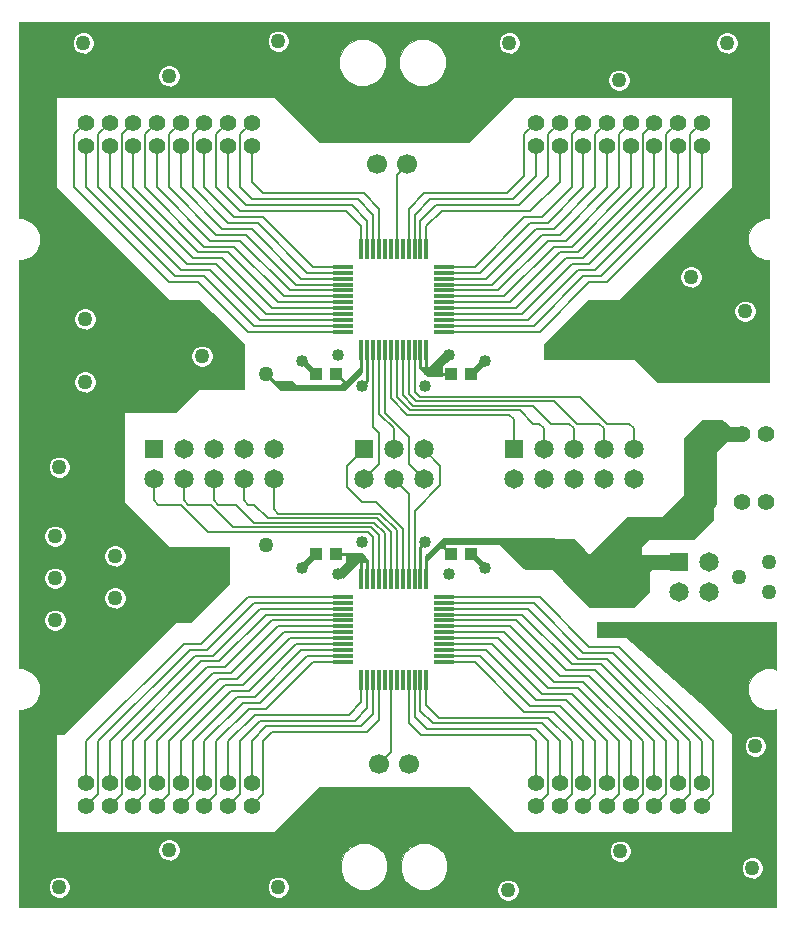
<source format=gbl>
G04 (created by PCBNEW (2013-mar-13)-testing) date Mon 31 Mar 2014 04:14:24 PM PDT*
%MOIN*%
G04 Gerber Fmt 3.4, Leading zero omitted, Abs format*
%FSLAX34Y34*%
G01*
G70*
G90*
G04 APERTURE LIST*
%ADD10C,0.001000*%
%ADD11R,0.043307X0.039370*%
%ADD12R,0.070866X0.011811*%
%ADD13R,0.011811X0.070866*%
%ADD14R,0.064961X0.064961*%
%ADD15C,0.064961*%
%ADD16C,0.055118*%
%ADD17C,0.066929*%
%ADD18C,0.050000*%
%ADD19C,0.040000*%
%ADD20C,0.008000*%
%ADD21C,0.010000*%
%ADD22C,0.020000*%
%ADD23C,0.050000*%
G04 APERTURE END LIST*
G54D10*
G54D11*
X83334Y-51000D03*
X82665Y-51000D03*
X87165Y-51000D03*
X87834Y-51000D03*
X87165Y-45000D03*
X87834Y-45000D03*
X83334Y-45000D03*
X82665Y-45000D03*
G54D12*
X83566Y-54582D03*
X83566Y-54385D03*
X83566Y-54188D03*
X83566Y-53992D03*
X83566Y-53795D03*
X83566Y-53598D03*
X83566Y-53401D03*
X83566Y-53204D03*
X83566Y-53007D03*
X83566Y-52811D03*
X83566Y-52614D03*
X83566Y-52417D03*
X86933Y-52417D03*
X86933Y-52614D03*
X86933Y-52811D03*
X86933Y-53007D03*
X86933Y-53204D03*
X86933Y-53401D03*
X86933Y-53598D03*
X86933Y-53795D03*
X86933Y-53992D03*
X86933Y-54188D03*
X86933Y-54385D03*
X86933Y-54582D03*
G54D13*
X86332Y-55183D03*
X86135Y-55183D03*
X85938Y-55183D03*
X85742Y-55183D03*
X85545Y-55183D03*
X85348Y-55183D03*
X85151Y-55183D03*
X84954Y-55183D03*
X84757Y-55183D03*
X84561Y-55183D03*
X84364Y-55183D03*
X84167Y-55183D03*
X84167Y-51816D03*
X84364Y-51816D03*
X84561Y-51816D03*
X84757Y-51816D03*
X84954Y-51816D03*
X85151Y-51816D03*
X85348Y-51816D03*
X85545Y-51816D03*
X85742Y-51816D03*
X85938Y-51816D03*
X86135Y-51816D03*
X86332Y-51816D03*
G54D12*
X86933Y-41417D03*
X86933Y-41614D03*
X86933Y-41811D03*
X86933Y-42007D03*
X86933Y-42204D03*
X86933Y-42401D03*
X86933Y-42598D03*
X86933Y-42795D03*
X86933Y-42992D03*
X86933Y-43188D03*
X86933Y-43385D03*
X86933Y-43582D03*
X83566Y-43582D03*
X83566Y-43385D03*
X83566Y-43188D03*
X83566Y-42992D03*
X83566Y-42795D03*
X83566Y-42598D03*
X83566Y-42401D03*
X83566Y-42204D03*
X83566Y-42007D03*
X83566Y-41811D03*
X83566Y-41614D03*
X83566Y-41417D03*
G54D13*
X84167Y-40816D03*
X84364Y-40816D03*
X84561Y-40816D03*
X84757Y-40816D03*
X84954Y-40816D03*
X85151Y-40816D03*
X85348Y-40816D03*
X85545Y-40816D03*
X85742Y-40816D03*
X85938Y-40816D03*
X86135Y-40816D03*
X86332Y-40816D03*
X86332Y-44183D03*
X86135Y-44183D03*
X85938Y-44183D03*
X85742Y-44183D03*
X85545Y-44183D03*
X85348Y-44183D03*
X85151Y-44183D03*
X84954Y-44183D03*
X84757Y-44183D03*
X84561Y-44183D03*
X84364Y-44183D03*
X84167Y-44183D03*
G54D14*
X77250Y-47500D03*
G54D15*
X77250Y-48500D03*
X78250Y-47500D03*
X78250Y-48500D03*
X79250Y-47500D03*
X79250Y-48500D03*
X80250Y-47500D03*
X80250Y-48500D03*
X81250Y-47500D03*
X81250Y-48500D03*
G54D14*
X89250Y-47500D03*
G54D15*
X89250Y-48500D03*
X90250Y-47500D03*
X90250Y-48500D03*
X91250Y-47500D03*
X91250Y-48500D03*
X92250Y-47500D03*
X92250Y-48500D03*
X93250Y-47500D03*
X93250Y-48500D03*
G54D14*
X84250Y-47500D03*
G54D15*
X85250Y-47500D03*
X84250Y-48500D03*
X85250Y-48500D03*
X86250Y-47500D03*
X86250Y-48500D03*
G54D14*
X94750Y-43750D03*
G54D15*
X94750Y-44750D03*
X95750Y-43750D03*
X95750Y-44750D03*
G54D14*
X94750Y-51250D03*
G54D15*
X94750Y-52250D03*
X95750Y-51250D03*
X95750Y-52250D03*
G54D16*
X95505Y-59393D03*
X95505Y-58606D03*
X94718Y-59393D03*
X94718Y-58606D03*
X93931Y-59393D03*
X93931Y-58606D03*
X93143Y-59393D03*
X93143Y-58606D03*
X92356Y-59393D03*
X92356Y-58606D03*
X91568Y-59393D03*
X91568Y-58606D03*
X90781Y-59393D03*
X90781Y-58606D03*
X89994Y-59393D03*
X89994Y-58606D03*
X80505Y-59393D03*
X80505Y-58606D03*
X79718Y-59393D03*
X79718Y-58606D03*
X78931Y-59393D03*
X78931Y-58606D03*
X78143Y-59393D03*
X78143Y-58606D03*
X77356Y-59393D03*
X77356Y-58606D03*
X76568Y-59393D03*
X76568Y-58606D03*
X75781Y-59393D03*
X75781Y-58606D03*
X74994Y-59393D03*
X74994Y-58606D03*
X89994Y-36606D03*
X89994Y-37393D03*
X90781Y-36606D03*
X90781Y-37393D03*
X91568Y-36606D03*
X91568Y-37393D03*
X92356Y-36606D03*
X92356Y-37393D03*
X93143Y-36606D03*
X93143Y-37393D03*
X93931Y-36606D03*
X93931Y-37393D03*
X94718Y-36606D03*
X94718Y-37393D03*
X95505Y-36606D03*
X95505Y-37393D03*
X74994Y-36606D03*
X74994Y-37393D03*
X75781Y-36606D03*
X75781Y-37393D03*
X76568Y-36606D03*
X76568Y-37393D03*
X77356Y-36606D03*
X77356Y-37393D03*
X78143Y-36606D03*
X78143Y-37393D03*
X78931Y-36606D03*
X78931Y-37393D03*
X79718Y-36606D03*
X79718Y-37393D03*
X80505Y-36606D03*
X80505Y-37393D03*
G54D17*
X84700Y-38000D03*
X85700Y-38000D03*
X85750Y-58000D03*
X84750Y-58000D03*
G54D16*
X97643Y-47000D03*
X96856Y-47000D03*
X96856Y-49250D03*
X97643Y-49250D03*
G54D18*
X74100Y-62100D03*
X77750Y-60850D03*
X81400Y-62100D03*
X89050Y-62200D03*
X92800Y-60900D03*
X97200Y-61450D03*
X97300Y-57400D03*
X96950Y-42900D03*
X95150Y-41750D03*
X96350Y-33950D03*
X92750Y-35200D03*
X89100Y-33950D03*
X81400Y-33900D03*
X77750Y-35050D03*
X74900Y-33950D03*
X74100Y-48100D03*
X78850Y-44400D03*
X74950Y-45250D03*
X73950Y-50400D03*
X75950Y-51050D03*
X75950Y-52450D03*
X73950Y-51800D03*
X74950Y-43150D03*
X73950Y-53200D03*
G54D19*
X84200Y-50600D03*
X82200Y-51450D03*
X82200Y-44550D03*
X84200Y-45400D03*
X86300Y-45400D03*
X88300Y-44550D03*
X88300Y-51450D03*
X86300Y-50600D03*
G54D18*
X97750Y-51250D03*
X97750Y-52250D03*
G54D19*
X83400Y-51650D03*
X83400Y-44350D03*
X87100Y-44350D03*
X87100Y-51650D03*
G54D18*
X96750Y-51750D03*
X81000Y-50700D03*
X81000Y-45000D03*
X93250Y-51750D03*
X92250Y-51250D03*
X92250Y-52250D03*
G54D20*
X91300Y-45757D02*
X91457Y-45757D01*
X93100Y-46650D02*
X93250Y-46800D01*
X92350Y-46650D02*
X93100Y-46650D01*
X91457Y-45757D02*
X92350Y-46650D01*
X93250Y-47500D02*
X93250Y-46800D01*
X83990Y-50250D02*
X84393Y-50250D01*
X84561Y-50417D02*
X84561Y-51816D01*
X84393Y-50250D02*
X84561Y-50417D01*
X77250Y-48500D02*
X77250Y-49200D01*
X77400Y-49350D02*
X77250Y-49200D01*
X78150Y-49350D02*
X77400Y-49350D01*
X79050Y-50250D02*
X78150Y-49350D01*
X83990Y-50250D02*
X83990Y-50250D01*
X83990Y-50250D02*
X79050Y-50250D01*
X85938Y-45588D02*
X85938Y-44183D01*
X86107Y-45757D02*
X85938Y-45588D01*
X91300Y-45757D02*
X86107Y-45757D01*
X92250Y-46797D02*
X92250Y-47497D01*
X92100Y-46647D02*
X92250Y-46797D01*
X84500Y-50100D02*
X84757Y-50357D01*
X84500Y-50100D02*
X79900Y-50100D01*
X79900Y-50100D02*
X79150Y-49350D01*
X79150Y-49350D02*
X78400Y-49350D01*
X78400Y-49350D02*
X78250Y-49200D01*
X78250Y-48500D02*
X78250Y-49200D01*
X84757Y-50357D02*
X84757Y-51816D01*
X86000Y-45897D02*
X85742Y-45639D01*
X85742Y-45639D02*
X85742Y-44183D01*
X86000Y-45897D02*
X86000Y-45897D01*
X86000Y-45897D02*
X90600Y-45897D01*
X90600Y-45897D02*
X91350Y-46647D01*
X91350Y-46647D02*
X92100Y-46647D01*
X91250Y-46797D02*
X91250Y-47497D01*
X91100Y-46647D02*
X91250Y-46797D01*
X84600Y-49950D02*
X84954Y-50304D01*
X84600Y-49950D02*
X80600Y-49950D01*
X80600Y-49950D02*
X80000Y-49350D01*
X80000Y-49350D02*
X79400Y-49350D01*
X79400Y-49350D02*
X79250Y-49200D01*
X79250Y-48500D02*
X79250Y-49200D01*
X84954Y-50304D02*
X84954Y-51816D01*
X85900Y-46047D02*
X85545Y-45692D01*
X85545Y-45692D02*
X85545Y-44183D01*
X85900Y-46047D02*
X85900Y-46047D01*
X85900Y-46047D02*
X89900Y-46047D01*
X89900Y-46047D02*
X90500Y-46647D01*
X90500Y-46647D02*
X91100Y-46647D01*
X90250Y-46797D02*
X90250Y-47497D01*
X90100Y-46647D02*
X90250Y-46797D01*
X84700Y-49800D02*
X85151Y-50251D01*
X84700Y-49800D02*
X81050Y-49800D01*
X81050Y-49800D02*
X80600Y-49350D01*
X80600Y-49350D02*
X80400Y-49350D01*
X80400Y-49350D02*
X80250Y-49200D01*
X80250Y-48500D02*
X80250Y-49200D01*
X85151Y-50251D02*
X85151Y-51816D01*
X85800Y-46197D02*
X85348Y-45745D01*
X85348Y-45745D02*
X85348Y-44183D01*
X85800Y-46197D02*
X85800Y-46197D01*
X85800Y-46197D02*
X89450Y-46197D01*
X89450Y-46197D02*
X89900Y-46647D01*
X89900Y-46647D02*
X90100Y-46647D01*
X89250Y-47500D02*
X89250Y-46500D01*
X89250Y-46500D02*
X89250Y-46496D01*
X89100Y-46347D02*
X89250Y-46496D01*
X89250Y-46496D02*
X89250Y-46497D01*
X84800Y-49650D02*
X85348Y-50198D01*
X84800Y-49650D02*
X81400Y-49650D01*
X81400Y-49650D02*
X81250Y-49500D01*
X81250Y-48500D02*
X81250Y-49500D01*
X85348Y-50198D02*
X85348Y-51816D01*
X85700Y-46347D02*
X85151Y-45798D01*
X85151Y-45798D02*
X85151Y-44183D01*
X85700Y-46347D02*
X85700Y-46347D01*
X85700Y-46347D02*
X89100Y-46347D01*
X85545Y-51816D02*
X85545Y-50145D01*
X85545Y-50145D02*
X84650Y-49250D01*
X84650Y-49250D02*
X84200Y-49250D01*
X84200Y-49250D02*
X83700Y-48750D01*
X83700Y-48750D02*
X83700Y-48050D01*
X83700Y-48050D02*
X84250Y-47500D01*
X85545Y-50145D02*
X84650Y-49250D01*
X84954Y-44183D02*
X84954Y-46304D01*
X84954Y-46304D02*
X85750Y-47100D01*
X85750Y-47100D02*
X85750Y-48000D01*
X85750Y-48000D02*
X86250Y-48500D01*
X85938Y-51816D02*
X85938Y-49561D01*
X86800Y-48050D02*
X86250Y-47500D01*
X86800Y-48700D02*
X86800Y-48050D01*
X85938Y-49561D02*
X86800Y-48700D01*
X84561Y-44183D02*
X84561Y-46761D01*
X84750Y-48000D02*
X84250Y-48500D01*
X84750Y-46950D02*
X84750Y-48000D01*
X84561Y-46761D02*
X84750Y-46950D01*
X85348Y-40816D02*
X85348Y-38351D01*
X85348Y-38351D02*
X85700Y-38000D01*
X85151Y-55183D02*
X85151Y-57598D01*
X85151Y-57598D02*
X84750Y-58000D01*
X74994Y-36606D02*
X74600Y-37000D01*
X80395Y-43582D02*
X83566Y-43582D01*
X78734Y-41921D02*
X80395Y-43582D01*
X77750Y-41921D02*
X78734Y-41921D01*
X74600Y-38771D02*
X77750Y-41921D01*
X74600Y-37000D02*
X74600Y-38771D01*
X83566Y-41811D02*
X82167Y-41811D01*
X78143Y-38771D02*
X78143Y-37393D01*
X79521Y-40149D02*
X78143Y-38771D01*
X80505Y-40149D02*
X79521Y-40149D01*
X82167Y-41811D02*
X80505Y-40149D01*
X78931Y-36606D02*
X78537Y-37000D01*
X82364Y-41614D02*
X83566Y-41614D01*
X80702Y-39952D02*
X82364Y-41614D01*
X79718Y-39952D02*
X80702Y-39952D01*
X78537Y-38771D02*
X79718Y-39952D01*
X78537Y-37000D02*
X78537Y-38771D01*
X83566Y-41417D02*
X82561Y-41417D01*
X78931Y-38771D02*
X78931Y-37393D01*
X79915Y-39755D02*
X78931Y-38771D01*
X80899Y-39755D02*
X79915Y-39755D01*
X82561Y-41417D02*
X80899Y-39755D01*
X79718Y-36606D02*
X79324Y-37000D01*
X84167Y-40070D02*
X84167Y-40816D01*
X83655Y-39559D02*
X84167Y-40070D01*
X80112Y-39559D02*
X83655Y-39559D01*
X79324Y-38771D02*
X80112Y-39559D01*
X79324Y-37000D02*
X79324Y-38771D01*
X84364Y-40816D02*
X84364Y-39874D01*
X79718Y-38771D02*
X79718Y-37393D01*
X80309Y-39362D02*
X79718Y-38771D01*
X83852Y-39362D02*
X80309Y-39362D01*
X84364Y-39874D02*
X83852Y-39362D01*
X80505Y-36606D02*
X80112Y-37000D01*
X84561Y-39677D02*
X84561Y-40816D01*
X84049Y-39165D02*
X84561Y-39677D01*
X80505Y-39165D02*
X84049Y-39165D01*
X80112Y-38771D02*
X80505Y-39165D01*
X80112Y-37000D02*
X80112Y-38771D01*
X84757Y-40816D02*
X84757Y-39480D01*
X80505Y-38574D02*
X80505Y-37393D01*
X80899Y-38968D02*
X80505Y-38574D01*
X84246Y-38968D02*
X80899Y-38968D01*
X84757Y-39480D02*
X84246Y-38968D01*
X85742Y-40816D02*
X85742Y-39480D01*
X89600Y-37000D02*
X89994Y-36606D01*
X89600Y-38377D02*
X89600Y-37000D01*
X89009Y-38968D02*
X89600Y-38377D01*
X86253Y-38968D02*
X89009Y-38968D01*
X85742Y-39480D02*
X86253Y-38968D01*
X89994Y-37393D02*
X89994Y-38377D01*
X85938Y-39677D02*
X85938Y-40816D01*
X86450Y-39165D02*
X85938Y-39677D01*
X89206Y-39165D02*
X86450Y-39165D01*
X89994Y-38377D02*
X89206Y-39165D01*
X86135Y-40816D02*
X86135Y-39874D01*
X90387Y-37000D02*
X90781Y-36606D01*
X90387Y-38377D02*
X90387Y-37000D01*
X89403Y-39362D02*
X90387Y-38377D01*
X86647Y-39362D02*
X89403Y-39362D01*
X86135Y-39874D02*
X86647Y-39362D01*
X83566Y-43385D02*
X80592Y-43385D01*
X74994Y-38771D02*
X74994Y-37393D01*
X77946Y-41724D02*
X74994Y-38771D01*
X78931Y-41724D02*
X77946Y-41724D01*
X80592Y-43385D02*
X78931Y-41724D01*
X90781Y-37393D02*
X90781Y-38574D01*
X86332Y-40070D02*
X86332Y-40816D01*
X86844Y-39559D02*
X86332Y-40070D01*
X89797Y-39559D02*
X86844Y-39559D01*
X90781Y-38574D02*
X89797Y-39559D01*
X86933Y-41417D02*
X87938Y-41417D01*
X91175Y-37000D02*
X91568Y-36606D01*
X91175Y-38771D02*
X91175Y-37000D01*
X90190Y-39755D02*
X91175Y-38771D01*
X89600Y-39755D02*
X90190Y-39755D01*
X87938Y-41417D02*
X89600Y-39755D01*
X86933Y-41614D02*
X88135Y-41614D01*
X91568Y-38771D02*
X91568Y-37393D01*
X90387Y-39952D02*
X91568Y-38771D01*
X89797Y-39952D02*
X90387Y-39952D01*
X88135Y-41614D02*
X89797Y-39952D01*
X92356Y-36606D02*
X91962Y-37000D01*
X88332Y-41811D02*
X86933Y-41811D01*
X89994Y-40149D02*
X88332Y-41811D01*
X90584Y-40149D02*
X89994Y-40149D01*
X91962Y-38771D02*
X90584Y-40149D01*
X91962Y-37000D02*
X91962Y-38771D01*
X86933Y-42007D02*
X88529Y-42007D01*
X92356Y-38771D02*
X92356Y-37393D01*
X90781Y-40346D02*
X92356Y-38771D01*
X90190Y-40346D02*
X90781Y-40346D01*
X88529Y-42007D02*
X90190Y-40346D01*
X93143Y-36606D02*
X92750Y-37000D01*
X88726Y-42204D02*
X86933Y-42204D01*
X90387Y-40543D02*
X88726Y-42204D01*
X90978Y-40543D02*
X90387Y-40543D01*
X92750Y-38771D02*
X90978Y-40543D01*
X92750Y-37000D02*
X92750Y-38771D01*
X86933Y-42401D02*
X88923Y-42401D01*
X93143Y-38771D02*
X93143Y-37393D01*
X91175Y-40740D02*
X93143Y-38771D01*
X90584Y-40740D02*
X91175Y-40740D01*
X88923Y-42401D02*
X90584Y-40740D01*
X86933Y-42598D02*
X89120Y-42598D01*
X93537Y-37000D02*
X93931Y-36606D01*
X93537Y-38771D02*
X93537Y-37000D01*
X91372Y-40937D02*
X93537Y-38771D01*
X90781Y-40937D02*
X91372Y-40937D01*
X89120Y-42598D02*
X90781Y-40937D01*
X93931Y-37393D02*
X93931Y-38771D01*
X89316Y-42795D02*
X86933Y-42795D01*
X90978Y-41133D02*
X89316Y-42795D01*
X91568Y-41133D02*
X90978Y-41133D01*
X93931Y-38771D02*
X91568Y-41133D01*
X86933Y-42992D02*
X89513Y-42992D01*
X94324Y-37000D02*
X94718Y-36606D01*
X94324Y-38771D02*
X94324Y-37000D01*
X91765Y-41330D02*
X94324Y-38771D01*
X91175Y-41330D02*
X91765Y-41330D01*
X89513Y-42992D02*
X91175Y-41330D01*
X75781Y-36606D02*
X75387Y-37000D01*
X80789Y-43188D02*
X83566Y-43188D01*
X79127Y-41527D02*
X80789Y-43188D01*
X78143Y-41527D02*
X79127Y-41527D01*
X75387Y-38771D02*
X78143Y-41527D01*
X75387Y-37000D02*
X75387Y-38771D01*
X86933Y-43188D02*
X89710Y-43188D01*
X94718Y-38771D02*
X94718Y-37393D01*
X91962Y-41527D02*
X94718Y-38771D01*
X91372Y-41527D02*
X91962Y-41527D01*
X89710Y-43188D02*
X91372Y-41527D01*
X86933Y-43385D02*
X89907Y-43385D01*
X95112Y-37000D02*
X95505Y-36606D01*
X95112Y-38771D02*
X95112Y-37000D01*
X92159Y-41724D02*
X95112Y-38771D01*
X91568Y-41724D02*
X92159Y-41724D01*
X89907Y-43385D02*
X91568Y-41724D01*
X86933Y-43582D02*
X90104Y-43582D01*
X95505Y-38771D02*
X95505Y-37393D01*
X92356Y-41921D02*
X95505Y-38771D01*
X91765Y-41921D02*
X92356Y-41921D01*
X90104Y-43582D02*
X91765Y-41921D01*
X83566Y-42992D02*
X80986Y-42992D01*
X75781Y-38771D02*
X75781Y-37393D01*
X78340Y-41330D02*
X75781Y-38771D01*
X79324Y-41330D02*
X78340Y-41330D01*
X80986Y-42992D02*
X79324Y-41330D01*
X76568Y-36606D02*
X76175Y-37000D01*
X81183Y-42795D02*
X83566Y-42795D01*
X79521Y-41133D02*
X81183Y-42795D01*
X78537Y-41133D02*
X79521Y-41133D01*
X76175Y-38771D02*
X78537Y-41133D01*
X76175Y-37000D02*
X76175Y-38771D01*
X83566Y-42598D02*
X81379Y-42598D01*
X76568Y-38771D02*
X76568Y-37393D01*
X78734Y-40937D02*
X76568Y-38771D01*
X79718Y-40937D02*
X78734Y-40937D01*
X81379Y-42598D02*
X79718Y-40937D01*
X77356Y-36606D02*
X76962Y-37000D01*
X81576Y-42401D02*
X83566Y-42401D01*
X79915Y-40740D02*
X81576Y-42401D01*
X78931Y-40740D02*
X79915Y-40740D01*
X76962Y-38771D02*
X78931Y-40740D01*
X76962Y-37000D02*
X76962Y-38771D01*
X83566Y-42204D02*
X81773Y-42204D01*
X77356Y-38771D02*
X77356Y-37393D01*
X79127Y-40543D02*
X77356Y-38771D01*
X80112Y-40543D02*
X79127Y-40543D01*
X81773Y-42204D02*
X80112Y-40543D01*
X78143Y-36606D02*
X77750Y-37000D01*
X81970Y-42007D02*
X83566Y-42007D01*
X80309Y-40346D02*
X81970Y-42007D01*
X79324Y-40346D02*
X80309Y-40346D01*
X77750Y-38771D02*
X79324Y-40346D01*
X77750Y-37000D02*
X77750Y-38771D01*
X86933Y-52417D02*
X90104Y-52417D01*
X95899Y-59000D02*
X95505Y-59393D01*
X95899Y-57228D02*
X95899Y-59000D01*
X92750Y-54078D02*
X95899Y-57228D01*
X91765Y-54078D02*
X92750Y-54078D01*
X90104Y-52417D02*
X91765Y-54078D01*
X92356Y-58606D02*
X92356Y-57228D01*
X88332Y-54188D02*
X86933Y-54188D01*
X89994Y-55850D02*
X88332Y-54188D01*
X90978Y-55850D02*
X89994Y-55850D01*
X92356Y-57228D02*
X90978Y-55850D01*
X86933Y-54385D02*
X88135Y-54385D01*
X91962Y-59000D02*
X91568Y-59393D01*
X91962Y-57228D02*
X91962Y-59000D01*
X90781Y-56047D02*
X91962Y-57228D01*
X89797Y-56047D02*
X90781Y-56047D01*
X88135Y-54385D02*
X89797Y-56047D01*
X91568Y-58606D02*
X91568Y-57228D01*
X87938Y-54582D02*
X86933Y-54582D01*
X89600Y-56244D02*
X87938Y-54582D01*
X90584Y-56244D02*
X89600Y-56244D01*
X91568Y-57228D02*
X90584Y-56244D01*
X86332Y-55183D02*
X86332Y-56027D01*
X91175Y-59000D02*
X90781Y-59393D01*
X91175Y-57228D02*
X91175Y-59000D01*
X90387Y-56440D02*
X91175Y-57228D01*
X86746Y-56440D02*
X90387Y-56440D01*
X86332Y-56027D02*
X86746Y-56440D01*
X90781Y-58606D02*
X90781Y-57228D01*
X86135Y-56224D02*
X86135Y-55183D01*
X86549Y-56637D02*
X86135Y-56224D01*
X90190Y-56637D02*
X86549Y-56637D01*
X90781Y-57228D02*
X90190Y-56637D01*
X85938Y-55183D02*
X85938Y-56421D01*
X90387Y-59000D02*
X89994Y-59393D01*
X90387Y-57228D02*
X90387Y-59000D01*
X89994Y-56834D02*
X90387Y-57228D01*
X86352Y-56834D02*
X89994Y-56834D01*
X85938Y-56421D02*
X86352Y-56834D01*
X89994Y-58606D02*
X89994Y-57228D01*
X85742Y-56618D02*
X85742Y-55183D01*
X86155Y-57031D02*
X85742Y-56618D01*
X89797Y-57031D02*
X86155Y-57031D01*
X89994Y-57228D02*
X89797Y-57031D01*
X84757Y-55183D02*
X84757Y-56519D01*
X80899Y-59000D02*
X80505Y-59393D01*
X80899Y-57228D02*
X80899Y-59000D01*
X81194Y-56933D02*
X80899Y-57228D01*
X84344Y-56933D02*
X81194Y-56933D01*
X84757Y-56519D02*
X84344Y-56933D01*
X80505Y-58606D02*
X80505Y-57228D01*
X84561Y-56322D02*
X84561Y-55183D01*
X84147Y-56736D02*
X84561Y-56322D01*
X80998Y-56736D02*
X84147Y-56736D01*
X80505Y-57228D02*
X80998Y-56736D01*
X84364Y-55183D02*
X84364Y-56125D01*
X80112Y-59000D02*
X79718Y-59393D01*
X80112Y-57228D02*
X80112Y-59000D01*
X80801Y-56539D02*
X80112Y-57228D01*
X83950Y-56539D02*
X80801Y-56539D01*
X84364Y-56125D02*
X83950Y-56539D01*
X95505Y-58606D02*
X95505Y-57228D01*
X89907Y-52614D02*
X86933Y-52614D01*
X91568Y-54275D02*
X89907Y-52614D01*
X92553Y-54275D02*
X91568Y-54275D01*
X95505Y-57228D02*
X92553Y-54275D01*
X79718Y-58606D02*
X79718Y-57228D01*
X84167Y-55929D02*
X84167Y-55183D01*
X83753Y-56342D02*
X84167Y-55929D01*
X80604Y-56342D02*
X83753Y-56342D01*
X79718Y-57228D02*
X80604Y-56342D01*
X83566Y-54582D02*
X82561Y-54582D01*
X79324Y-59000D02*
X78931Y-59393D01*
X79324Y-57228D02*
X79324Y-59000D01*
X80407Y-56145D02*
X79324Y-57228D01*
X80998Y-56145D02*
X80407Y-56145D01*
X82561Y-54582D02*
X80998Y-56145D01*
X78931Y-58606D02*
X78931Y-57228D01*
X82364Y-54385D02*
X83566Y-54385D01*
X80801Y-55948D02*
X82364Y-54385D01*
X80210Y-55948D02*
X80801Y-55948D01*
X78931Y-57228D02*
X80210Y-55948D01*
X83566Y-54188D02*
X82167Y-54188D01*
X78537Y-59000D02*
X78143Y-59393D01*
X78537Y-57228D02*
X78537Y-59000D01*
X80013Y-55751D02*
X78537Y-57228D01*
X80604Y-55751D02*
X80013Y-55751D01*
X82167Y-54188D02*
X80604Y-55751D01*
X78143Y-58606D02*
X78143Y-57228D01*
X81970Y-53992D02*
X83566Y-53992D01*
X80407Y-55555D02*
X81970Y-53992D01*
X79816Y-55555D02*
X80407Y-55555D01*
X78143Y-57228D02*
X79816Y-55555D01*
X83566Y-53795D02*
X81773Y-53795D01*
X77750Y-59000D02*
X77356Y-59393D01*
X77750Y-57228D02*
X77750Y-59000D01*
X79620Y-55358D02*
X77750Y-57228D01*
X80210Y-55358D02*
X79620Y-55358D01*
X81773Y-53795D02*
X80210Y-55358D01*
X77356Y-58606D02*
X77356Y-57228D01*
X81576Y-53598D02*
X83566Y-53598D01*
X80013Y-55161D02*
X81576Y-53598D01*
X79423Y-55161D02*
X80013Y-55161D01*
X77356Y-57228D02*
X79423Y-55161D01*
X76568Y-59393D02*
X76962Y-59000D01*
X81379Y-53401D02*
X83566Y-53401D01*
X79816Y-54964D02*
X81379Y-53401D01*
X79226Y-54964D02*
X79816Y-54964D01*
X76962Y-57228D02*
X79226Y-54964D01*
X76962Y-59000D02*
X76962Y-57228D01*
X83566Y-53204D02*
X81183Y-53204D01*
X76568Y-57228D02*
X76568Y-58606D01*
X79029Y-54767D02*
X76568Y-57228D01*
X79620Y-54767D02*
X79029Y-54767D01*
X81183Y-53204D02*
X79620Y-54767D01*
X75781Y-59393D02*
X76175Y-59000D01*
X80986Y-53007D02*
X83566Y-53007D01*
X79423Y-54570D02*
X80986Y-53007D01*
X78832Y-54570D02*
X79423Y-54570D01*
X76175Y-57228D02*
X78832Y-54570D01*
X76175Y-59000D02*
X76175Y-57228D01*
X86933Y-52811D02*
X89710Y-52811D01*
X95112Y-59000D02*
X94718Y-59393D01*
X95112Y-57228D02*
X95112Y-59000D01*
X92356Y-54472D02*
X95112Y-57228D01*
X91372Y-54472D02*
X92356Y-54472D01*
X89710Y-52811D02*
X91372Y-54472D01*
X83566Y-52811D02*
X80789Y-52811D01*
X75781Y-57228D02*
X75781Y-58606D01*
X78635Y-54374D02*
X75781Y-57228D01*
X79226Y-54374D02*
X78635Y-54374D01*
X80789Y-52811D02*
X79226Y-54374D01*
X74994Y-59393D02*
X75387Y-59000D01*
X80592Y-52614D02*
X83566Y-52614D01*
X79029Y-54177D02*
X80592Y-52614D01*
X78438Y-54177D02*
X79029Y-54177D01*
X75387Y-57228D02*
X78438Y-54177D01*
X75387Y-59000D02*
X75387Y-57228D01*
X83566Y-52417D02*
X80395Y-52417D01*
X74994Y-57228D02*
X74994Y-58606D01*
X78242Y-53980D02*
X74994Y-57228D01*
X78832Y-53980D02*
X78242Y-53980D01*
X80395Y-52417D02*
X78832Y-53980D01*
X94718Y-58606D02*
X94718Y-57228D01*
X89513Y-53007D02*
X86933Y-53007D01*
X91175Y-54669D02*
X89513Y-53007D01*
X92159Y-54669D02*
X91175Y-54669D01*
X94718Y-57228D02*
X92159Y-54669D01*
X86933Y-53204D02*
X89316Y-53204D01*
X94324Y-59000D02*
X93931Y-59393D01*
X94324Y-57228D02*
X94324Y-59000D01*
X91962Y-54866D02*
X94324Y-57228D01*
X90978Y-54866D02*
X91962Y-54866D01*
X89316Y-53204D02*
X90978Y-54866D01*
X93931Y-58606D02*
X93931Y-57228D01*
X89120Y-53401D02*
X86933Y-53401D01*
X90781Y-55062D02*
X89120Y-53401D01*
X91765Y-55062D02*
X90781Y-55062D01*
X93931Y-57228D02*
X91765Y-55062D01*
X86933Y-53598D02*
X88923Y-53598D01*
X93537Y-59000D02*
X93143Y-59393D01*
X93537Y-57228D02*
X93537Y-59000D01*
X91568Y-55259D02*
X93537Y-57228D01*
X90584Y-55259D02*
X91568Y-55259D01*
X88923Y-53598D02*
X90584Y-55259D01*
X93143Y-58606D02*
X93143Y-57228D01*
X88726Y-53795D02*
X86933Y-53795D01*
X90387Y-55456D02*
X88726Y-53795D01*
X91372Y-55456D02*
X90387Y-55456D01*
X93143Y-57228D02*
X91372Y-55456D01*
X86933Y-53992D02*
X88529Y-53992D01*
X92750Y-59000D02*
X92356Y-59393D01*
X92750Y-57228D02*
X92750Y-59000D01*
X91175Y-55653D02*
X92750Y-57228D01*
X90190Y-55653D02*
X91175Y-55653D01*
X88529Y-53992D02*
X90190Y-55653D01*
X85742Y-51816D02*
X85742Y-48992D01*
X85742Y-48992D02*
X85250Y-48500D01*
X84757Y-44183D02*
X84757Y-46307D01*
X85250Y-46800D02*
X85250Y-47500D01*
X84757Y-46307D02*
X85250Y-46800D01*
G54D21*
X82650Y-51000D02*
X82665Y-51000D01*
G54D22*
X82650Y-51000D02*
X82200Y-51450D01*
G54D21*
X82665Y-45000D02*
X82650Y-45000D01*
G54D22*
X82650Y-45000D02*
X82200Y-44550D01*
G54D21*
X84364Y-44183D02*
X84364Y-45235D01*
X84364Y-45235D02*
X84200Y-45400D01*
G54D22*
X87850Y-45000D02*
X88300Y-44550D01*
G54D21*
X87850Y-45000D02*
X87834Y-45000D01*
G54D22*
X87850Y-51000D02*
X88300Y-51450D01*
G54D21*
X87850Y-51000D02*
X87834Y-51000D01*
X86135Y-51816D02*
X86135Y-50764D01*
X86135Y-50764D02*
X86300Y-50600D01*
X84250Y-51100D02*
X84150Y-51000D01*
X84364Y-51214D02*
X84250Y-51100D01*
X84150Y-51000D02*
X83334Y-51000D01*
X84364Y-51816D02*
X84364Y-51214D01*
X84167Y-51232D02*
X84250Y-51150D01*
X84250Y-51150D02*
X84250Y-51100D01*
X84167Y-51816D02*
X84167Y-51232D01*
X84050Y-51000D02*
X84150Y-51000D01*
X84050Y-51000D02*
X83550Y-51500D01*
X83400Y-51650D02*
X83550Y-51500D01*
X86300Y-44950D02*
X86350Y-45000D01*
X86250Y-44900D02*
X86300Y-44950D01*
X86135Y-44785D02*
X86250Y-44900D01*
X86350Y-45000D02*
X87165Y-45000D01*
X86135Y-44183D02*
X86135Y-44785D01*
X86332Y-44767D02*
X86250Y-44850D01*
X86250Y-44850D02*
X86250Y-44900D01*
X86332Y-44183D02*
X86332Y-44767D01*
X86300Y-44800D02*
X86150Y-44800D01*
X86150Y-44800D02*
X86300Y-44950D01*
X86300Y-44950D02*
X86300Y-44800D01*
X86450Y-45000D02*
X87100Y-44350D01*
X86350Y-45000D02*
X86450Y-45000D01*
G54D23*
X96500Y-47000D02*
X96856Y-47000D01*
X92250Y-51250D02*
X92250Y-51000D01*
X96000Y-47000D02*
X96500Y-47000D01*
X96500Y-47000D02*
X96606Y-47000D01*
X95500Y-47500D02*
X96000Y-47000D01*
X95750Y-49250D02*
X95750Y-47500D01*
X95000Y-50000D02*
X95750Y-49250D01*
X93250Y-50000D02*
X94750Y-50000D01*
X92250Y-51000D02*
X93250Y-50000D01*
G54D21*
X83334Y-45000D02*
X83350Y-45000D01*
X83700Y-45350D02*
X83700Y-45400D01*
X83350Y-45000D02*
X83700Y-45350D01*
X84167Y-44183D02*
X84167Y-44932D01*
X81500Y-45500D02*
X81000Y-45000D01*
X83600Y-45500D02*
X81500Y-45500D01*
X84167Y-44932D02*
X83700Y-45400D01*
X83700Y-45400D02*
X83600Y-45500D01*
G54D23*
X94500Y-51250D02*
X93750Y-51250D01*
X93750Y-51250D02*
X93250Y-51750D01*
G54D21*
X89600Y-50500D02*
X89600Y-51000D01*
X89250Y-50500D02*
X89500Y-50500D01*
X89600Y-50500D02*
X89500Y-50500D01*
X89600Y-51000D02*
X89600Y-51150D01*
X87165Y-51000D02*
X87140Y-51000D01*
X86790Y-50650D02*
X86790Y-50610D01*
X87140Y-51000D02*
X86790Y-50650D01*
G54D23*
X92250Y-51250D02*
X89700Y-51250D01*
X89700Y-51250D02*
X89600Y-51150D01*
X89600Y-51150D02*
X89500Y-51050D01*
G54D21*
X89350Y-50500D02*
X89250Y-50500D01*
X89250Y-50500D02*
X88850Y-50500D01*
X88850Y-50500D02*
X88400Y-50500D01*
X87450Y-50500D02*
X88400Y-50500D01*
X86900Y-50500D02*
X86850Y-50550D01*
X86900Y-50500D02*
X87450Y-50500D01*
X86332Y-51816D02*
X86332Y-51067D01*
X86332Y-51067D02*
X86790Y-50610D01*
X86790Y-50610D02*
X86780Y-50620D01*
X86780Y-50620D02*
X86800Y-50600D01*
X86800Y-50600D02*
X86850Y-50550D01*
G54D10*
G36*
X87042Y-44540D02*
X86996Y-44586D01*
X86845Y-44737D01*
X86845Y-44950D01*
X86845Y-45045D01*
X86355Y-45045D01*
X86355Y-44755D01*
X86422Y-44755D01*
X86463Y-44713D01*
X86493Y-44683D01*
X86553Y-44623D01*
X86603Y-44573D01*
X86934Y-44242D01*
X86924Y-44452D01*
X87042Y-44540D01*
X87042Y-44540D01*
G37*
X87042Y-44540D02*
X86996Y-44586D01*
X86845Y-44737D01*
X86845Y-44950D01*
X86845Y-45045D01*
X86355Y-45045D01*
X86355Y-44755D01*
X86422Y-44755D01*
X86463Y-44713D01*
X86493Y-44683D01*
X86553Y-44623D01*
X86603Y-44573D01*
X86934Y-44242D01*
X86924Y-44452D01*
X87042Y-44540D01*
G36*
X96444Y-46751D02*
X96320Y-47247D01*
X95895Y-47672D01*
X95895Y-49000D01*
X95895Y-49847D01*
X95247Y-50495D01*
X93747Y-50495D01*
X93495Y-50747D01*
X93495Y-51005D01*
X93745Y-51005D01*
X93745Y-52247D01*
X93247Y-52745D01*
X91752Y-52745D01*
X90502Y-51495D01*
X89561Y-51445D01*
X90012Y-50995D01*
X89497Y-50995D01*
X89300Y-51192D01*
X88752Y-50645D01*
X86997Y-50645D01*
X86945Y-50697D01*
X86945Y-50747D01*
X86897Y-50795D01*
X86797Y-50795D01*
X86355Y-51237D01*
X86355Y-51052D01*
X86902Y-50505D01*
X88597Y-50505D01*
X88655Y-50562D01*
X88655Y-50455D01*
X89949Y-50455D01*
X91247Y-50504D01*
X91750Y-51007D01*
X93002Y-49755D01*
X94177Y-49755D01*
X94905Y-49027D01*
X94905Y-47127D01*
X95502Y-46505D01*
X96197Y-46505D01*
X96444Y-46751D01*
X96444Y-46751D01*
G37*
X96444Y-46751D02*
X96320Y-47247D01*
X95895Y-47672D01*
X95895Y-49000D01*
X95895Y-49847D01*
X95247Y-50495D01*
X93747Y-50495D01*
X93495Y-50747D01*
X93495Y-51005D01*
X93745Y-51005D01*
X93745Y-52247D01*
X93247Y-52745D01*
X91752Y-52745D01*
X90502Y-51495D01*
X89561Y-51445D01*
X90012Y-50995D01*
X89497Y-50995D01*
X89300Y-51192D01*
X88752Y-50645D01*
X86997Y-50645D01*
X86945Y-50697D01*
X86945Y-50747D01*
X86897Y-50795D01*
X86797Y-50795D01*
X86355Y-51237D01*
X86355Y-51052D01*
X86902Y-50505D01*
X88597Y-50505D01*
X88655Y-50562D01*
X88655Y-50455D01*
X89949Y-50455D01*
X91247Y-50504D01*
X91750Y-51007D01*
X93002Y-49755D01*
X94177Y-49755D01*
X94905Y-49027D01*
X94905Y-47127D01*
X95502Y-46505D01*
X96197Y-46505D01*
X96444Y-46751D01*
G36*
X84395Y-51245D02*
X84087Y-51245D01*
X83543Y-51779D01*
X83514Y-51538D01*
X83466Y-51460D01*
X83645Y-51282D01*
X83645Y-50965D01*
X84167Y-50965D01*
X84395Y-51192D01*
X84395Y-51245D01*
X84395Y-51245D01*
G37*
X84395Y-51245D02*
X84087Y-51245D01*
X83543Y-51779D01*
X83514Y-51538D01*
X83466Y-51460D01*
X83645Y-51282D01*
X83645Y-50965D01*
X84167Y-50965D01*
X84395Y-51192D01*
X84395Y-51245D01*
G36*
X84145Y-44947D02*
X83597Y-45495D01*
X81502Y-45495D01*
X81260Y-45205D01*
X81847Y-45205D01*
X81997Y-45355D01*
X83452Y-45355D01*
X83503Y-45303D01*
X83555Y-45252D01*
X83555Y-45205D01*
X83652Y-45205D01*
X84145Y-44712D01*
X84145Y-44947D01*
X84145Y-44947D01*
G37*
X84145Y-44947D02*
X83597Y-45495D01*
X81502Y-45495D01*
X81260Y-45205D01*
X81847Y-45205D01*
X81997Y-45355D01*
X83452Y-45355D01*
X83503Y-45303D01*
X83555Y-45252D01*
X83555Y-45205D01*
X83652Y-45205D01*
X84145Y-44712D01*
X84145Y-44947D01*
G36*
X97995Y-62745D02*
X97655Y-62745D01*
X97655Y-57329D01*
X97601Y-57199D01*
X97501Y-57099D01*
X97370Y-57045D01*
X97229Y-57044D01*
X97099Y-57098D01*
X96999Y-57198D01*
X96945Y-57329D01*
X96944Y-57470D01*
X96998Y-57600D01*
X97098Y-57700D01*
X97229Y-57754D01*
X97370Y-57755D01*
X97500Y-57701D01*
X97600Y-57601D01*
X97654Y-57470D01*
X97655Y-57329D01*
X97655Y-62745D01*
X97555Y-62745D01*
X97555Y-61379D01*
X97501Y-61249D01*
X97401Y-61149D01*
X97270Y-61095D01*
X97129Y-61094D01*
X96999Y-61148D01*
X96899Y-61248D01*
X96845Y-61379D01*
X96844Y-61520D01*
X96898Y-61650D01*
X96998Y-61750D01*
X97129Y-61804D01*
X97270Y-61805D01*
X97400Y-61751D01*
X97500Y-61651D01*
X97554Y-61520D01*
X97555Y-61379D01*
X97555Y-62745D01*
X93155Y-62745D01*
X93155Y-60829D01*
X93101Y-60699D01*
X93001Y-60599D01*
X92870Y-60545D01*
X92729Y-60544D01*
X92599Y-60598D01*
X92499Y-60698D01*
X92445Y-60829D01*
X92444Y-60970D01*
X92498Y-61100D01*
X92598Y-61200D01*
X92729Y-61254D01*
X92870Y-61255D01*
X93000Y-61201D01*
X93100Y-61101D01*
X93154Y-60970D01*
X93155Y-60829D01*
X93155Y-62745D01*
X89405Y-62745D01*
X89405Y-62129D01*
X89351Y-61999D01*
X89251Y-61899D01*
X89120Y-61845D01*
X88979Y-61844D01*
X88849Y-61898D01*
X88749Y-61998D01*
X88695Y-62129D01*
X88694Y-62270D01*
X88748Y-62400D01*
X88848Y-62500D01*
X88979Y-62554D01*
X89120Y-62555D01*
X89250Y-62501D01*
X89350Y-62401D01*
X89404Y-62270D01*
X89405Y-62129D01*
X89405Y-62745D01*
X87025Y-62745D01*
X87025Y-61246D01*
X86907Y-60961D01*
X86689Y-60743D01*
X86404Y-60625D01*
X86096Y-60624D01*
X85811Y-60742D01*
X85593Y-60960D01*
X85475Y-61245D01*
X85474Y-61553D01*
X85592Y-61838D01*
X85810Y-62056D01*
X86095Y-62174D01*
X86403Y-62175D01*
X86688Y-62057D01*
X86906Y-61839D01*
X87024Y-61554D01*
X87025Y-61246D01*
X87025Y-62745D01*
X85025Y-62745D01*
X85025Y-61246D01*
X84907Y-60961D01*
X84689Y-60743D01*
X84404Y-60625D01*
X84096Y-60624D01*
X83811Y-60742D01*
X83593Y-60960D01*
X83475Y-61245D01*
X83474Y-61553D01*
X83592Y-61838D01*
X83810Y-62056D01*
X84095Y-62174D01*
X84403Y-62175D01*
X84688Y-62057D01*
X84906Y-61839D01*
X85024Y-61554D01*
X85025Y-61246D01*
X85025Y-62745D01*
X81755Y-62745D01*
X81755Y-62029D01*
X81701Y-61899D01*
X81601Y-61799D01*
X81470Y-61745D01*
X81329Y-61744D01*
X81199Y-61798D01*
X81099Y-61898D01*
X81045Y-62029D01*
X81044Y-62170D01*
X81098Y-62300D01*
X81198Y-62400D01*
X81329Y-62454D01*
X81470Y-62455D01*
X81600Y-62401D01*
X81700Y-62301D01*
X81754Y-62170D01*
X81755Y-62029D01*
X81755Y-62745D01*
X78105Y-62745D01*
X78105Y-60779D01*
X78051Y-60649D01*
X77951Y-60549D01*
X77820Y-60495D01*
X77679Y-60494D01*
X77549Y-60548D01*
X77449Y-60648D01*
X77395Y-60779D01*
X77394Y-60920D01*
X77448Y-61050D01*
X77548Y-61150D01*
X77679Y-61204D01*
X77820Y-61205D01*
X77950Y-61151D01*
X78050Y-61051D01*
X78104Y-60920D01*
X78105Y-60779D01*
X78105Y-62745D01*
X74455Y-62745D01*
X74455Y-62029D01*
X74401Y-61899D01*
X74301Y-61799D01*
X74170Y-61745D01*
X74029Y-61744D01*
X73899Y-61798D01*
X73799Y-61898D01*
X73745Y-62029D01*
X73744Y-62170D01*
X73798Y-62300D01*
X73898Y-62400D01*
X74029Y-62454D01*
X74170Y-62455D01*
X74300Y-62401D01*
X74400Y-62301D01*
X74454Y-62170D01*
X74455Y-62029D01*
X74455Y-62745D01*
X72755Y-62745D01*
X72755Y-56195D01*
X72887Y-56195D01*
X73143Y-56090D01*
X73339Y-55894D01*
X73445Y-55638D01*
X73445Y-55362D01*
X73340Y-55106D01*
X73144Y-54910D01*
X72888Y-54804D01*
X72755Y-54804D01*
X72755Y-41195D01*
X72887Y-41195D01*
X73143Y-41090D01*
X73339Y-40894D01*
X73445Y-40638D01*
X73445Y-40362D01*
X73340Y-40106D01*
X73144Y-39910D01*
X72888Y-39804D01*
X72755Y-39804D01*
X72755Y-33255D01*
X97745Y-33255D01*
X97745Y-39804D01*
X97612Y-39804D01*
X97356Y-39909D01*
X97160Y-40105D01*
X97054Y-40361D01*
X97054Y-40637D01*
X97159Y-40893D01*
X97355Y-41089D01*
X97611Y-41195D01*
X97745Y-41195D01*
X97745Y-45245D01*
X97305Y-45245D01*
X97305Y-42829D01*
X97251Y-42699D01*
X97151Y-42599D01*
X97020Y-42545D01*
X96879Y-42544D01*
X96749Y-42598D01*
X96705Y-42642D01*
X96705Y-33879D01*
X96651Y-33749D01*
X96551Y-33649D01*
X96420Y-33595D01*
X96279Y-33594D01*
X96149Y-33648D01*
X96049Y-33748D01*
X95995Y-33879D01*
X95994Y-34020D01*
X96048Y-34150D01*
X96148Y-34250D01*
X96279Y-34304D01*
X96420Y-34305D01*
X96550Y-34251D01*
X96650Y-34151D01*
X96704Y-34020D01*
X96705Y-33879D01*
X96705Y-42642D01*
X96649Y-42698D01*
X96595Y-42829D01*
X96594Y-42970D01*
X96648Y-43100D01*
X96748Y-43200D01*
X96879Y-43254D01*
X97020Y-43255D01*
X97150Y-43201D01*
X97250Y-43101D01*
X97304Y-42970D01*
X97305Y-42829D01*
X97305Y-45245D01*
X95505Y-45245D01*
X95505Y-41679D01*
X95451Y-41549D01*
X95351Y-41449D01*
X95220Y-41395D01*
X95079Y-41394D01*
X94949Y-41448D01*
X94849Y-41548D01*
X94795Y-41679D01*
X94794Y-41820D01*
X94848Y-41950D01*
X94948Y-42050D01*
X95079Y-42104D01*
X95220Y-42105D01*
X95350Y-42051D01*
X95450Y-41951D01*
X95504Y-41820D01*
X95505Y-41679D01*
X95505Y-45245D01*
X94002Y-45245D01*
X93252Y-44495D01*
X90255Y-44495D01*
X90255Y-44002D01*
X91752Y-42505D01*
X92752Y-42505D01*
X96505Y-38752D01*
X96505Y-35745D01*
X93105Y-35745D01*
X93105Y-35129D01*
X93051Y-34999D01*
X92951Y-34899D01*
X92820Y-34845D01*
X92679Y-34844D01*
X92549Y-34898D01*
X92449Y-34998D01*
X92395Y-35129D01*
X92394Y-35270D01*
X92448Y-35400D01*
X92548Y-35500D01*
X92679Y-35554D01*
X92820Y-35555D01*
X92950Y-35501D01*
X93050Y-35401D01*
X93104Y-35270D01*
X93105Y-35129D01*
X93105Y-35745D01*
X89455Y-35745D01*
X89455Y-33879D01*
X89401Y-33749D01*
X89301Y-33649D01*
X89170Y-33595D01*
X89029Y-33594D01*
X88899Y-33648D01*
X88799Y-33748D01*
X88745Y-33879D01*
X88744Y-34020D01*
X88798Y-34150D01*
X88898Y-34250D01*
X89029Y-34304D01*
X89170Y-34305D01*
X89300Y-34251D01*
X89400Y-34151D01*
X89454Y-34020D01*
X89455Y-33879D01*
X89455Y-35745D01*
X89247Y-35745D01*
X87747Y-37245D01*
X86975Y-37245D01*
X86975Y-34446D01*
X86857Y-34161D01*
X86639Y-33943D01*
X86354Y-33825D01*
X86046Y-33824D01*
X85761Y-33942D01*
X85543Y-34160D01*
X85425Y-34445D01*
X85424Y-34753D01*
X85542Y-35038D01*
X85760Y-35256D01*
X86045Y-35374D01*
X86353Y-35375D01*
X86638Y-35257D01*
X86856Y-35039D01*
X86974Y-34754D01*
X86975Y-34446D01*
X86975Y-37245D01*
X84975Y-37245D01*
X84975Y-34446D01*
X84857Y-34161D01*
X84639Y-33943D01*
X84354Y-33825D01*
X84046Y-33824D01*
X83761Y-33942D01*
X83543Y-34160D01*
X83425Y-34445D01*
X83424Y-34753D01*
X83542Y-35038D01*
X83760Y-35256D01*
X84045Y-35374D01*
X84353Y-35375D01*
X84638Y-35257D01*
X84856Y-35039D01*
X84974Y-34754D01*
X84975Y-34446D01*
X84975Y-37245D01*
X82752Y-37245D01*
X81755Y-36247D01*
X81755Y-33829D01*
X81701Y-33699D01*
X81601Y-33599D01*
X81470Y-33545D01*
X81329Y-33544D01*
X81199Y-33598D01*
X81099Y-33698D01*
X81045Y-33829D01*
X81044Y-33970D01*
X81098Y-34100D01*
X81198Y-34200D01*
X81329Y-34254D01*
X81470Y-34255D01*
X81600Y-34201D01*
X81700Y-34101D01*
X81754Y-33970D01*
X81755Y-33829D01*
X81755Y-36247D01*
X81252Y-35745D01*
X78105Y-35745D01*
X78105Y-34979D01*
X78051Y-34849D01*
X77951Y-34749D01*
X77820Y-34695D01*
X77679Y-34694D01*
X77549Y-34748D01*
X77449Y-34848D01*
X77395Y-34979D01*
X77394Y-35120D01*
X77448Y-35250D01*
X77548Y-35350D01*
X77679Y-35404D01*
X77820Y-35405D01*
X77950Y-35351D01*
X78050Y-35251D01*
X78104Y-35120D01*
X78105Y-34979D01*
X78105Y-35745D01*
X75255Y-35745D01*
X75255Y-33879D01*
X75201Y-33749D01*
X75101Y-33649D01*
X74970Y-33595D01*
X74829Y-33594D01*
X74699Y-33648D01*
X74599Y-33748D01*
X74545Y-33879D01*
X74544Y-34020D01*
X74598Y-34150D01*
X74698Y-34250D01*
X74829Y-34304D01*
X74970Y-34305D01*
X75100Y-34251D01*
X75200Y-34151D01*
X75254Y-34020D01*
X75255Y-33879D01*
X75255Y-35745D01*
X73995Y-35745D01*
X73995Y-38752D01*
X77747Y-42505D01*
X78747Y-42505D01*
X80245Y-44002D01*
X80245Y-45495D01*
X79205Y-45495D01*
X79205Y-44329D01*
X79151Y-44199D01*
X79051Y-44099D01*
X78920Y-44045D01*
X78779Y-44044D01*
X78649Y-44098D01*
X78549Y-44198D01*
X78495Y-44329D01*
X78494Y-44470D01*
X78548Y-44600D01*
X78648Y-44700D01*
X78779Y-44754D01*
X78920Y-44755D01*
X79050Y-44701D01*
X79150Y-44601D01*
X79204Y-44470D01*
X79205Y-44329D01*
X79205Y-45495D01*
X78747Y-45495D01*
X77997Y-46245D01*
X76245Y-46245D01*
X76245Y-49252D01*
X77747Y-50755D01*
X79745Y-50755D01*
X79745Y-51997D01*
X78497Y-53245D01*
X77997Y-53245D01*
X76305Y-54937D01*
X76305Y-52379D01*
X76305Y-50979D01*
X76251Y-50849D01*
X76151Y-50749D01*
X76020Y-50695D01*
X75879Y-50694D01*
X75749Y-50748D01*
X75649Y-50848D01*
X75595Y-50979D01*
X75594Y-51120D01*
X75648Y-51250D01*
X75748Y-51350D01*
X75879Y-51404D01*
X76020Y-51405D01*
X76150Y-51351D01*
X76250Y-51251D01*
X76304Y-51120D01*
X76305Y-50979D01*
X76305Y-52379D01*
X76251Y-52249D01*
X76151Y-52149D01*
X76020Y-52095D01*
X75879Y-52094D01*
X75749Y-52148D01*
X75649Y-52248D01*
X75595Y-52379D01*
X75594Y-52520D01*
X75648Y-52650D01*
X75748Y-52750D01*
X75879Y-52804D01*
X76020Y-52805D01*
X76150Y-52751D01*
X76250Y-52651D01*
X76304Y-52520D01*
X76305Y-52379D01*
X76305Y-54937D01*
X75305Y-55937D01*
X75305Y-45179D01*
X75305Y-43079D01*
X75251Y-42949D01*
X75151Y-42849D01*
X75020Y-42795D01*
X74879Y-42794D01*
X74749Y-42848D01*
X74649Y-42948D01*
X74595Y-43079D01*
X74594Y-43220D01*
X74648Y-43350D01*
X74748Y-43450D01*
X74879Y-43504D01*
X75020Y-43505D01*
X75150Y-43451D01*
X75250Y-43351D01*
X75304Y-43220D01*
X75305Y-43079D01*
X75305Y-45179D01*
X75251Y-45049D01*
X75151Y-44949D01*
X75020Y-44895D01*
X74879Y-44894D01*
X74749Y-44948D01*
X74649Y-45048D01*
X74595Y-45179D01*
X74594Y-45320D01*
X74648Y-45450D01*
X74748Y-45550D01*
X74879Y-45604D01*
X75020Y-45605D01*
X75150Y-45551D01*
X75250Y-45451D01*
X75304Y-45320D01*
X75305Y-45179D01*
X75305Y-55937D01*
X74455Y-56787D01*
X74455Y-48029D01*
X74401Y-47899D01*
X74301Y-47799D01*
X74170Y-47745D01*
X74029Y-47744D01*
X73899Y-47798D01*
X73799Y-47898D01*
X73745Y-48029D01*
X73744Y-48170D01*
X73798Y-48300D01*
X73898Y-48400D01*
X74029Y-48454D01*
X74170Y-48455D01*
X74300Y-48401D01*
X74400Y-48301D01*
X74454Y-48170D01*
X74455Y-48029D01*
X74455Y-56787D01*
X74305Y-56937D01*
X74305Y-53129D01*
X74305Y-51729D01*
X74305Y-50329D01*
X74251Y-50199D01*
X74151Y-50099D01*
X74020Y-50045D01*
X73879Y-50044D01*
X73749Y-50098D01*
X73649Y-50198D01*
X73595Y-50329D01*
X73594Y-50470D01*
X73648Y-50600D01*
X73748Y-50700D01*
X73879Y-50754D01*
X74020Y-50755D01*
X74150Y-50701D01*
X74250Y-50601D01*
X74304Y-50470D01*
X74305Y-50329D01*
X74305Y-51729D01*
X74251Y-51599D01*
X74151Y-51499D01*
X74020Y-51445D01*
X73879Y-51444D01*
X73749Y-51498D01*
X73649Y-51598D01*
X73595Y-51729D01*
X73594Y-51870D01*
X73648Y-52000D01*
X73748Y-52100D01*
X73879Y-52154D01*
X74020Y-52155D01*
X74150Y-52101D01*
X74250Y-52001D01*
X74304Y-51870D01*
X74305Y-51729D01*
X74305Y-53129D01*
X74251Y-52999D01*
X74151Y-52899D01*
X74020Y-52845D01*
X73879Y-52844D01*
X73749Y-52898D01*
X73649Y-52998D01*
X73595Y-53129D01*
X73594Y-53270D01*
X73648Y-53400D01*
X73748Y-53500D01*
X73879Y-53554D01*
X74020Y-53555D01*
X74150Y-53501D01*
X74250Y-53401D01*
X74304Y-53270D01*
X74305Y-53129D01*
X74305Y-56937D01*
X74247Y-56995D01*
X73995Y-56995D01*
X73995Y-60255D01*
X81252Y-60255D01*
X82752Y-58755D01*
X87747Y-58755D01*
X89247Y-60255D01*
X96505Y-60255D01*
X96505Y-56997D01*
X95503Y-55996D01*
X93001Y-53745D01*
X92005Y-53745D01*
X92005Y-53255D01*
X97995Y-53255D01*
X97995Y-54848D01*
X97888Y-54804D01*
X97612Y-54804D01*
X97356Y-54909D01*
X97160Y-55105D01*
X97054Y-55361D01*
X97054Y-55637D01*
X97159Y-55893D01*
X97355Y-56089D01*
X97611Y-56195D01*
X97887Y-56195D01*
X97995Y-56151D01*
X97995Y-62745D01*
X97995Y-62745D01*
G37*
X97995Y-62745D02*
X97655Y-62745D01*
X97655Y-57329D01*
X97601Y-57199D01*
X97501Y-57099D01*
X97370Y-57045D01*
X97229Y-57044D01*
X97099Y-57098D01*
X96999Y-57198D01*
X96945Y-57329D01*
X96944Y-57470D01*
X96998Y-57600D01*
X97098Y-57700D01*
X97229Y-57754D01*
X97370Y-57755D01*
X97500Y-57701D01*
X97600Y-57601D01*
X97654Y-57470D01*
X97655Y-57329D01*
X97655Y-62745D01*
X97555Y-62745D01*
X97555Y-61379D01*
X97501Y-61249D01*
X97401Y-61149D01*
X97270Y-61095D01*
X97129Y-61094D01*
X96999Y-61148D01*
X96899Y-61248D01*
X96845Y-61379D01*
X96844Y-61520D01*
X96898Y-61650D01*
X96998Y-61750D01*
X97129Y-61804D01*
X97270Y-61805D01*
X97400Y-61751D01*
X97500Y-61651D01*
X97554Y-61520D01*
X97555Y-61379D01*
X97555Y-62745D01*
X93155Y-62745D01*
X93155Y-60829D01*
X93101Y-60699D01*
X93001Y-60599D01*
X92870Y-60545D01*
X92729Y-60544D01*
X92599Y-60598D01*
X92499Y-60698D01*
X92445Y-60829D01*
X92444Y-60970D01*
X92498Y-61100D01*
X92598Y-61200D01*
X92729Y-61254D01*
X92870Y-61255D01*
X93000Y-61201D01*
X93100Y-61101D01*
X93154Y-60970D01*
X93155Y-60829D01*
X93155Y-62745D01*
X89405Y-62745D01*
X89405Y-62129D01*
X89351Y-61999D01*
X89251Y-61899D01*
X89120Y-61845D01*
X88979Y-61844D01*
X88849Y-61898D01*
X88749Y-61998D01*
X88695Y-62129D01*
X88694Y-62270D01*
X88748Y-62400D01*
X88848Y-62500D01*
X88979Y-62554D01*
X89120Y-62555D01*
X89250Y-62501D01*
X89350Y-62401D01*
X89404Y-62270D01*
X89405Y-62129D01*
X89405Y-62745D01*
X87025Y-62745D01*
X87025Y-61246D01*
X86907Y-60961D01*
X86689Y-60743D01*
X86404Y-60625D01*
X86096Y-60624D01*
X85811Y-60742D01*
X85593Y-60960D01*
X85475Y-61245D01*
X85474Y-61553D01*
X85592Y-61838D01*
X85810Y-62056D01*
X86095Y-62174D01*
X86403Y-62175D01*
X86688Y-62057D01*
X86906Y-61839D01*
X87024Y-61554D01*
X87025Y-61246D01*
X87025Y-62745D01*
X85025Y-62745D01*
X85025Y-61246D01*
X84907Y-60961D01*
X84689Y-60743D01*
X84404Y-60625D01*
X84096Y-60624D01*
X83811Y-60742D01*
X83593Y-60960D01*
X83475Y-61245D01*
X83474Y-61553D01*
X83592Y-61838D01*
X83810Y-62056D01*
X84095Y-62174D01*
X84403Y-62175D01*
X84688Y-62057D01*
X84906Y-61839D01*
X85024Y-61554D01*
X85025Y-61246D01*
X85025Y-62745D01*
X81755Y-62745D01*
X81755Y-62029D01*
X81701Y-61899D01*
X81601Y-61799D01*
X81470Y-61745D01*
X81329Y-61744D01*
X81199Y-61798D01*
X81099Y-61898D01*
X81045Y-62029D01*
X81044Y-62170D01*
X81098Y-62300D01*
X81198Y-62400D01*
X81329Y-62454D01*
X81470Y-62455D01*
X81600Y-62401D01*
X81700Y-62301D01*
X81754Y-62170D01*
X81755Y-62029D01*
X81755Y-62745D01*
X78105Y-62745D01*
X78105Y-60779D01*
X78051Y-60649D01*
X77951Y-60549D01*
X77820Y-60495D01*
X77679Y-60494D01*
X77549Y-60548D01*
X77449Y-60648D01*
X77395Y-60779D01*
X77394Y-60920D01*
X77448Y-61050D01*
X77548Y-61150D01*
X77679Y-61204D01*
X77820Y-61205D01*
X77950Y-61151D01*
X78050Y-61051D01*
X78104Y-60920D01*
X78105Y-60779D01*
X78105Y-62745D01*
X74455Y-62745D01*
X74455Y-62029D01*
X74401Y-61899D01*
X74301Y-61799D01*
X74170Y-61745D01*
X74029Y-61744D01*
X73899Y-61798D01*
X73799Y-61898D01*
X73745Y-62029D01*
X73744Y-62170D01*
X73798Y-62300D01*
X73898Y-62400D01*
X74029Y-62454D01*
X74170Y-62455D01*
X74300Y-62401D01*
X74400Y-62301D01*
X74454Y-62170D01*
X74455Y-62029D01*
X74455Y-62745D01*
X72755Y-62745D01*
X72755Y-56195D01*
X72887Y-56195D01*
X73143Y-56090D01*
X73339Y-55894D01*
X73445Y-55638D01*
X73445Y-55362D01*
X73340Y-55106D01*
X73144Y-54910D01*
X72888Y-54804D01*
X72755Y-54804D01*
X72755Y-41195D01*
X72887Y-41195D01*
X73143Y-41090D01*
X73339Y-40894D01*
X73445Y-40638D01*
X73445Y-40362D01*
X73340Y-40106D01*
X73144Y-39910D01*
X72888Y-39804D01*
X72755Y-39804D01*
X72755Y-33255D01*
X97745Y-33255D01*
X97745Y-39804D01*
X97612Y-39804D01*
X97356Y-39909D01*
X97160Y-40105D01*
X97054Y-40361D01*
X97054Y-40637D01*
X97159Y-40893D01*
X97355Y-41089D01*
X97611Y-41195D01*
X97745Y-41195D01*
X97745Y-45245D01*
X97305Y-45245D01*
X97305Y-42829D01*
X97251Y-42699D01*
X97151Y-42599D01*
X97020Y-42545D01*
X96879Y-42544D01*
X96749Y-42598D01*
X96705Y-42642D01*
X96705Y-33879D01*
X96651Y-33749D01*
X96551Y-33649D01*
X96420Y-33595D01*
X96279Y-33594D01*
X96149Y-33648D01*
X96049Y-33748D01*
X95995Y-33879D01*
X95994Y-34020D01*
X96048Y-34150D01*
X96148Y-34250D01*
X96279Y-34304D01*
X96420Y-34305D01*
X96550Y-34251D01*
X96650Y-34151D01*
X96704Y-34020D01*
X96705Y-33879D01*
X96705Y-42642D01*
X96649Y-42698D01*
X96595Y-42829D01*
X96594Y-42970D01*
X96648Y-43100D01*
X96748Y-43200D01*
X96879Y-43254D01*
X97020Y-43255D01*
X97150Y-43201D01*
X97250Y-43101D01*
X97304Y-42970D01*
X97305Y-42829D01*
X97305Y-45245D01*
X95505Y-45245D01*
X95505Y-41679D01*
X95451Y-41549D01*
X95351Y-41449D01*
X95220Y-41395D01*
X95079Y-41394D01*
X94949Y-41448D01*
X94849Y-41548D01*
X94795Y-41679D01*
X94794Y-41820D01*
X94848Y-41950D01*
X94948Y-42050D01*
X95079Y-42104D01*
X95220Y-42105D01*
X95350Y-42051D01*
X95450Y-41951D01*
X95504Y-41820D01*
X95505Y-41679D01*
X95505Y-45245D01*
X94002Y-45245D01*
X93252Y-44495D01*
X90255Y-44495D01*
X90255Y-44002D01*
X91752Y-42505D01*
X92752Y-42505D01*
X96505Y-38752D01*
X96505Y-35745D01*
X93105Y-35745D01*
X93105Y-35129D01*
X93051Y-34999D01*
X92951Y-34899D01*
X92820Y-34845D01*
X92679Y-34844D01*
X92549Y-34898D01*
X92449Y-34998D01*
X92395Y-35129D01*
X92394Y-35270D01*
X92448Y-35400D01*
X92548Y-35500D01*
X92679Y-35554D01*
X92820Y-35555D01*
X92950Y-35501D01*
X93050Y-35401D01*
X93104Y-35270D01*
X93105Y-35129D01*
X93105Y-35745D01*
X89455Y-35745D01*
X89455Y-33879D01*
X89401Y-33749D01*
X89301Y-33649D01*
X89170Y-33595D01*
X89029Y-33594D01*
X88899Y-33648D01*
X88799Y-33748D01*
X88745Y-33879D01*
X88744Y-34020D01*
X88798Y-34150D01*
X88898Y-34250D01*
X89029Y-34304D01*
X89170Y-34305D01*
X89300Y-34251D01*
X89400Y-34151D01*
X89454Y-34020D01*
X89455Y-33879D01*
X89455Y-35745D01*
X89247Y-35745D01*
X87747Y-37245D01*
X86975Y-37245D01*
X86975Y-34446D01*
X86857Y-34161D01*
X86639Y-33943D01*
X86354Y-33825D01*
X86046Y-33824D01*
X85761Y-33942D01*
X85543Y-34160D01*
X85425Y-34445D01*
X85424Y-34753D01*
X85542Y-35038D01*
X85760Y-35256D01*
X86045Y-35374D01*
X86353Y-35375D01*
X86638Y-35257D01*
X86856Y-35039D01*
X86974Y-34754D01*
X86975Y-34446D01*
X86975Y-37245D01*
X84975Y-37245D01*
X84975Y-34446D01*
X84857Y-34161D01*
X84639Y-33943D01*
X84354Y-33825D01*
X84046Y-33824D01*
X83761Y-33942D01*
X83543Y-34160D01*
X83425Y-34445D01*
X83424Y-34753D01*
X83542Y-35038D01*
X83760Y-35256D01*
X84045Y-35374D01*
X84353Y-35375D01*
X84638Y-35257D01*
X84856Y-35039D01*
X84974Y-34754D01*
X84975Y-34446D01*
X84975Y-37245D01*
X82752Y-37245D01*
X81755Y-36247D01*
X81755Y-33829D01*
X81701Y-33699D01*
X81601Y-33599D01*
X81470Y-33545D01*
X81329Y-33544D01*
X81199Y-33598D01*
X81099Y-33698D01*
X81045Y-33829D01*
X81044Y-33970D01*
X81098Y-34100D01*
X81198Y-34200D01*
X81329Y-34254D01*
X81470Y-34255D01*
X81600Y-34201D01*
X81700Y-34101D01*
X81754Y-33970D01*
X81755Y-33829D01*
X81755Y-36247D01*
X81252Y-35745D01*
X78105Y-35745D01*
X78105Y-34979D01*
X78051Y-34849D01*
X77951Y-34749D01*
X77820Y-34695D01*
X77679Y-34694D01*
X77549Y-34748D01*
X77449Y-34848D01*
X77395Y-34979D01*
X77394Y-35120D01*
X77448Y-35250D01*
X77548Y-35350D01*
X77679Y-35404D01*
X77820Y-35405D01*
X77950Y-35351D01*
X78050Y-35251D01*
X78104Y-35120D01*
X78105Y-34979D01*
X78105Y-35745D01*
X75255Y-35745D01*
X75255Y-33879D01*
X75201Y-33749D01*
X75101Y-33649D01*
X74970Y-33595D01*
X74829Y-33594D01*
X74699Y-33648D01*
X74599Y-33748D01*
X74545Y-33879D01*
X74544Y-34020D01*
X74598Y-34150D01*
X74698Y-34250D01*
X74829Y-34304D01*
X74970Y-34305D01*
X75100Y-34251D01*
X75200Y-34151D01*
X75254Y-34020D01*
X75255Y-33879D01*
X75255Y-35745D01*
X73995Y-35745D01*
X73995Y-38752D01*
X77747Y-42505D01*
X78747Y-42505D01*
X80245Y-44002D01*
X80245Y-45495D01*
X79205Y-45495D01*
X79205Y-44329D01*
X79151Y-44199D01*
X79051Y-44099D01*
X78920Y-44045D01*
X78779Y-44044D01*
X78649Y-44098D01*
X78549Y-44198D01*
X78495Y-44329D01*
X78494Y-44470D01*
X78548Y-44600D01*
X78648Y-44700D01*
X78779Y-44754D01*
X78920Y-44755D01*
X79050Y-44701D01*
X79150Y-44601D01*
X79204Y-44470D01*
X79205Y-44329D01*
X79205Y-45495D01*
X78747Y-45495D01*
X77997Y-46245D01*
X76245Y-46245D01*
X76245Y-49252D01*
X77747Y-50755D01*
X79745Y-50755D01*
X79745Y-51997D01*
X78497Y-53245D01*
X77997Y-53245D01*
X76305Y-54937D01*
X76305Y-52379D01*
X76305Y-50979D01*
X76251Y-50849D01*
X76151Y-50749D01*
X76020Y-50695D01*
X75879Y-50694D01*
X75749Y-50748D01*
X75649Y-50848D01*
X75595Y-50979D01*
X75594Y-51120D01*
X75648Y-51250D01*
X75748Y-51350D01*
X75879Y-51404D01*
X76020Y-51405D01*
X76150Y-51351D01*
X76250Y-51251D01*
X76304Y-51120D01*
X76305Y-50979D01*
X76305Y-52379D01*
X76251Y-52249D01*
X76151Y-52149D01*
X76020Y-52095D01*
X75879Y-52094D01*
X75749Y-52148D01*
X75649Y-52248D01*
X75595Y-52379D01*
X75594Y-52520D01*
X75648Y-52650D01*
X75748Y-52750D01*
X75879Y-52804D01*
X76020Y-52805D01*
X76150Y-52751D01*
X76250Y-52651D01*
X76304Y-52520D01*
X76305Y-52379D01*
X76305Y-54937D01*
X75305Y-55937D01*
X75305Y-45179D01*
X75305Y-43079D01*
X75251Y-42949D01*
X75151Y-42849D01*
X75020Y-42795D01*
X74879Y-42794D01*
X74749Y-42848D01*
X74649Y-42948D01*
X74595Y-43079D01*
X74594Y-43220D01*
X74648Y-43350D01*
X74748Y-43450D01*
X74879Y-43504D01*
X75020Y-43505D01*
X75150Y-43451D01*
X75250Y-43351D01*
X75304Y-43220D01*
X75305Y-43079D01*
X75305Y-45179D01*
X75251Y-45049D01*
X75151Y-44949D01*
X75020Y-44895D01*
X74879Y-44894D01*
X74749Y-44948D01*
X74649Y-45048D01*
X74595Y-45179D01*
X74594Y-45320D01*
X74648Y-45450D01*
X74748Y-45550D01*
X74879Y-45604D01*
X75020Y-45605D01*
X75150Y-45551D01*
X75250Y-45451D01*
X75304Y-45320D01*
X75305Y-45179D01*
X75305Y-55937D01*
X74455Y-56787D01*
X74455Y-48029D01*
X74401Y-47899D01*
X74301Y-47799D01*
X74170Y-47745D01*
X74029Y-47744D01*
X73899Y-47798D01*
X73799Y-47898D01*
X73745Y-48029D01*
X73744Y-48170D01*
X73798Y-48300D01*
X73898Y-48400D01*
X74029Y-48454D01*
X74170Y-48455D01*
X74300Y-48401D01*
X74400Y-48301D01*
X74454Y-48170D01*
X74455Y-48029D01*
X74455Y-56787D01*
X74305Y-56937D01*
X74305Y-53129D01*
X74305Y-51729D01*
X74305Y-50329D01*
X74251Y-50199D01*
X74151Y-50099D01*
X74020Y-50045D01*
X73879Y-50044D01*
X73749Y-50098D01*
X73649Y-50198D01*
X73595Y-50329D01*
X73594Y-50470D01*
X73648Y-50600D01*
X73748Y-50700D01*
X73879Y-50754D01*
X74020Y-50755D01*
X74150Y-50701D01*
X74250Y-50601D01*
X74304Y-50470D01*
X74305Y-50329D01*
X74305Y-51729D01*
X74251Y-51599D01*
X74151Y-51499D01*
X74020Y-51445D01*
X73879Y-51444D01*
X73749Y-51498D01*
X73649Y-51598D01*
X73595Y-51729D01*
X73594Y-51870D01*
X73648Y-52000D01*
X73748Y-52100D01*
X73879Y-52154D01*
X74020Y-52155D01*
X74150Y-52101D01*
X74250Y-52001D01*
X74304Y-51870D01*
X74305Y-51729D01*
X74305Y-53129D01*
X74251Y-52999D01*
X74151Y-52899D01*
X74020Y-52845D01*
X73879Y-52844D01*
X73749Y-52898D01*
X73649Y-52998D01*
X73595Y-53129D01*
X73594Y-53270D01*
X73648Y-53400D01*
X73748Y-53500D01*
X73879Y-53554D01*
X74020Y-53555D01*
X74150Y-53501D01*
X74250Y-53401D01*
X74304Y-53270D01*
X74305Y-53129D01*
X74305Y-56937D01*
X74247Y-56995D01*
X73995Y-56995D01*
X73995Y-60255D01*
X81252Y-60255D01*
X82752Y-58755D01*
X87747Y-58755D01*
X89247Y-60255D01*
X96505Y-60255D01*
X96505Y-56997D01*
X95503Y-55996D01*
X93001Y-53745D01*
X92005Y-53745D01*
X92005Y-53255D01*
X97995Y-53255D01*
X97995Y-54848D01*
X97888Y-54804D01*
X97612Y-54804D01*
X97356Y-54909D01*
X97160Y-55105D01*
X97054Y-55361D01*
X97054Y-55637D01*
X97159Y-55893D01*
X97355Y-56089D01*
X97611Y-56195D01*
X97887Y-56195D01*
X97995Y-56151D01*
X97995Y-62745D01*
M02*

</source>
